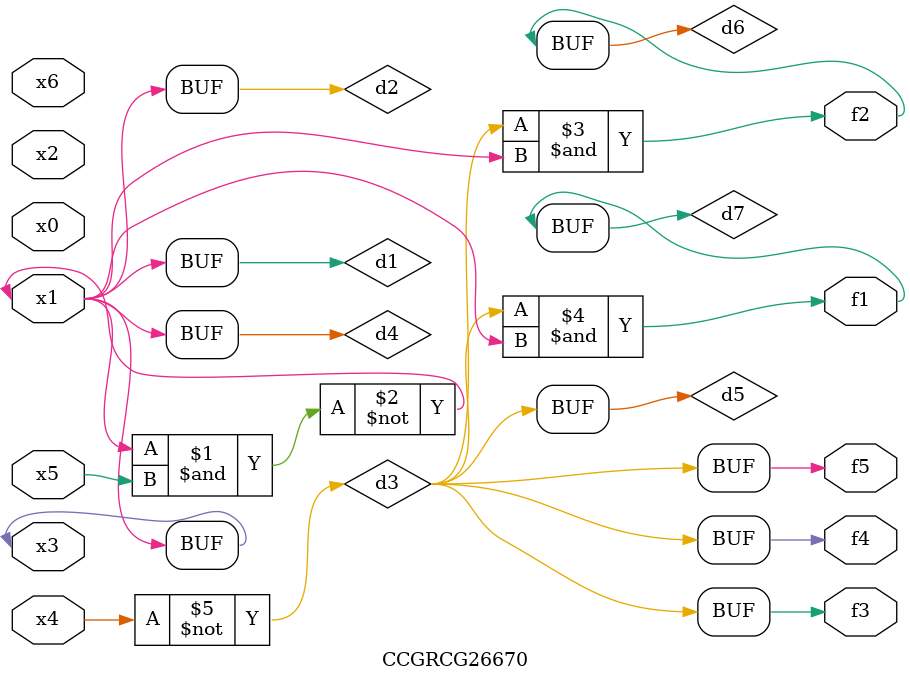
<source format=v>
module CCGRCG26670(
	input x0, x1, x2, x3, x4, x5, x6,
	output f1, f2, f3, f4, f5
);

	wire d1, d2, d3, d4, d5, d6, d7;

	buf (d1, x1, x3);
	nand (d2, x1, x5);
	not (d3, x4);
	buf (d4, d1, d2);
	buf (d5, d3);
	and (d6, d3, d4);
	and (d7, d3, d4);
	assign f1 = d7;
	assign f2 = d6;
	assign f3 = d5;
	assign f4 = d5;
	assign f5 = d5;
endmodule

</source>
